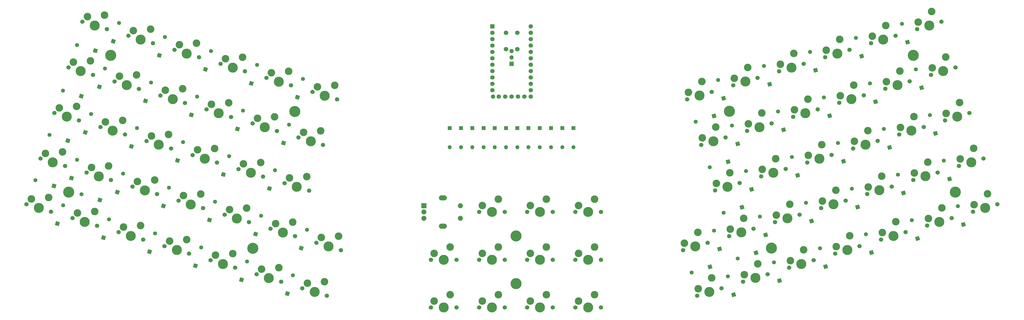
<source format=gts>
G04 #@! TF.GenerationSoftware,KiCad,Pcbnew,8.0.6*
G04 #@! TF.CreationDate,2024-10-28T13:20:39+01:00*
G04 #@! TF.ProjectId,pteranodon,70746572-616e-46f6-946f-6e2e6b696361,rev?*
G04 #@! TF.SameCoordinates,Original*
G04 #@! TF.FileFunction,Soldermask,Top*
G04 #@! TF.FilePolarity,Negative*
%FSLAX46Y46*%
G04 Gerber Fmt 4.6, Leading zero omitted, Abs format (unit mm)*
G04 Created by KiCad (PCBNEW 8.0.6) date 2024-10-28 13:20:39*
%MOMM*%
%LPD*%
G01*
G04 APERTURE LIST*
G04 Aperture macros list*
%AMHorizOval*
0 Thick line with rounded ends*
0 $1 width*
0 $2 $3 position (X,Y) of the first rounded end (center of the circle)*
0 $4 $5 position (X,Y) of the second rounded end (center of the circle)*
0 Add line between two ends*
20,1,$1,$2,$3,$4,$5,0*
0 Add two circle primitives to create the rounded ends*
1,1,$1,$2,$3*
1,1,$1,$4,$5*%
%AMRotRect*
0 Rectangle, with rotation*
0 The origin of the aperture is its center*
0 $1 length*
0 $2 width*
0 $3 Rotation angle, in degrees counterclockwise*
0 Add horizontal line*
21,1,$1,$2,0,0,$3*%
G04 Aperture macros list end*
%ADD10R,1.600000X1.600000*%
%ADD11O,1.600000X1.600000*%
%ADD12RotRect,1.600000X1.600000X73.000000*%
%ADD13HorizOval,1.600000X0.000000X0.000000X0.000000X0.000000X0*%
%ADD14RotRect,1.600000X1.600000X197.000000*%
%ADD15HorizOval,1.600000X0.000000X0.000000X0.000000X0.000000X0*%
%ADD16RotRect,1.600000X1.600000X107.000000*%
%ADD17HorizOval,1.600000X0.000000X0.000000X0.000000X0.000000X0*%
%ADD18RotRect,1.600000X1.600000X163.000000*%
%ADD19HorizOval,1.600000X0.000000X0.000000X0.000000X0.000000X0*%
%ADD20O,3.200000X2.000000*%
%ADD21R,2.000000X2.000000*%
%ADD22C,2.000000*%
%ADD23R,1.752600X1.752600*%
%ADD24C,1.752600*%
%ADD25C,1.701800*%
%ADD26C,3.000000*%
%ADD27C,3.987800*%
%ADD28C,4.400000*%
%ADD29R,1.700000X1.700000*%
%ADD30O,1.700000X1.700000*%
%ADD31C,1.800000*%
G04 APERTURE END LIST*
D10*
X234071897Y-137049778D03*
D11*
X234071897Y-144669778D03*
D12*
X69703701Y-108032481D03*
D13*
X71931573Y-100745439D03*
D10*
X211753713Y-137049778D03*
D11*
X211753713Y-144669778D03*
D12*
X124494226Y-124783623D03*
D13*
X126722098Y-117496581D03*
D12*
X120489315Y-202916747D03*
D13*
X122717187Y-195629705D03*
D14*
X295395408Y-150375921D03*
D15*
X288108366Y-152603793D03*
D16*
X310308740Y-179559623D03*
D17*
X308080868Y-172272581D03*
D12*
X29252105Y-175022733D03*
D13*
X31479977Y-167735691D03*
D12*
X40346150Y-138735747D03*
D13*
X42574022Y-131448705D03*
D16*
X323006481Y-155838145D03*
D17*
X320778609Y-148551103D03*
D12*
X87967208Y-113616194D03*
D13*
X90195080Y-106329152D03*
D16*
X383287797Y-157247684D03*
D17*
X381059925Y-149960642D03*
D10*
X220680985Y-137049778D03*
D11*
X220680985Y-144669778D03*
D12*
X102306137Y-197357591D03*
D13*
X104534009Y-190070549D03*
D16*
X388834819Y-175391177D03*
D17*
X386606947Y-168104135D03*
D16*
X330157203Y-113973179D03*
D17*
X327929331Y-106686137D03*
D12*
X58609657Y-144319464D03*
D13*
X60837529Y-137032422D03*
D18*
X44292385Y-106199067D03*
D19*
X37005343Y-103971195D03*
D16*
X366646732Y-102817210D03*
D17*
X364418860Y-95530168D03*
D16*
X315855763Y-197703114D03*
D17*
X313627891Y-190416072D03*
D16*
X335704226Y-132116671D03*
D17*
X333476354Y-124829629D03*
D10*
X189435533Y-137049778D03*
D11*
X189435533Y-144669778D03*
D16*
X352345291Y-186547147D03*
D17*
X350117419Y-179260105D03*
D16*
X304761719Y-161416131D03*
D17*
X302533847Y-154129089D03*
D16*
X341251248Y-150260163D03*
D17*
X339023376Y-142973121D03*
D16*
X311912438Y-119551163D03*
D17*
X309684566Y-112264121D03*
D10*
X229608257Y-137049778D03*
D11*
X229608257Y-144669778D03*
D10*
X184971897Y-137049779D03*
D11*
X184971897Y-144669779D03*
D16*
X317459461Y-137694655D03*
D17*
X315231589Y-130407613D03*
D12*
X106230719Y-119199909D03*
D13*
X108458591Y-111912867D03*
D16*
X299214695Y-143272640D03*
D17*
X296986823Y-135985598D03*
D16*
X372193755Y-120960702D03*
D17*
X369965883Y-113673660D03*
D18*
X33350740Y-141987577D03*
D19*
X26063698Y-139759705D03*
D18*
X38753769Y-124315065D03*
D19*
X31466727Y-122087193D03*
D16*
X365043034Y-162825670D03*
D17*
X362815162Y-155538628D03*
D12*
X113400181Y-161070606D03*
D13*
X115628053Y-153783564D03*
D16*
X377740775Y-139104192D03*
D17*
X375512903Y-131817150D03*
D16*
X359496011Y-144682179D03*
D17*
X357268139Y-137395137D03*
D12*
X82420186Y-131759685D03*
D13*
X84648058Y-124472643D03*
D16*
X292054603Y-185140472D03*
D17*
X289826731Y-177853430D03*
D14*
X289848386Y-132232429D03*
D15*
X282561344Y-134460301D03*
D16*
X328553503Y-173981638D03*
D17*
X326325631Y-166694596D03*
D12*
X118947205Y-142927115D03*
D13*
X121175077Y-135640073D03*
D16*
X370590057Y-180969161D03*
D17*
X368362185Y-173682119D03*
D16*
X297601624Y-203283964D03*
D17*
X295373752Y-195996922D03*
D12*
X65779120Y-186190163D03*
D13*
X68006992Y-178903121D03*
D10*
X225144621Y-137049779D03*
D11*
X225144621Y-144669779D03*
D12*
X84042629Y-191773875D03*
D13*
X86270501Y-184486833D03*
D12*
X47515614Y-180606445D03*
D13*
X49743486Y-173319403D03*
D12*
X95136671Y-155486892D03*
D13*
X97364543Y-148199850D03*
D18*
X46100114Y-165607201D03*
D19*
X38813072Y-163379329D03*
D10*
X202826441Y-137049779D03*
D11*
X202826441Y-144669779D03*
D12*
X107853157Y-179214099D03*
D13*
X110081029Y-171927057D03*
D10*
X198362805Y-137049778D03*
D11*
X198362805Y-144669778D03*
D16*
X346798268Y-168403655D03*
D17*
X344570396Y-161116613D03*
D12*
X100683695Y-137343400D03*
D13*
X102911567Y-130056358D03*
D16*
X334100527Y-192125132D03*
D17*
X331872655Y-184838090D03*
D12*
X64156679Y-126175971D03*
D13*
X66384551Y-118888929D03*
D10*
X193899169Y-137049778D03*
D11*
X193899169Y-144669778D03*
D12*
X51440194Y-102448763D03*
D13*
X53668066Y-95161721D03*
D14*
X300942431Y-168519413D03*
D15*
X293655389Y-170747285D03*
D12*
X53062635Y-162462953D03*
D13*
X55290507Y-155175911D03*
D18*
X27836609Y-160023485D03*
D19*
X20549567Y-157795613D03*
D10*
X207290077Y-137049778D03*
D11*
X207290077Y-144669778D03*
D16*
X353948989Y-126538687D03*
D17*
X351721117Y-119251645D03*
D12*
X89589651Y-173630383D03*
D13*
X91817523Y-166343341D03*
D12*
X126036339Y-184773254D03*
D13*
X128264211Y-177486212D03*
D16*
X348401966Y-108395195D03*
D17*
X346174094Y-101108153D03*
D14*
X306489453Y-186662905D03*
D15*
X299202411Y-188890777D03*
D10*
X216217349Y-137049778D03*
D11*
X216217349Y-144669778D03*
D12*
X34799125Y-156879240D03*
D13*
X37026997Y-149592198D03*
D12*
X45893172Y-120592255D03*
D13*
X48121044Y-113305213D03*
D14*
X288225943Y-192246617D03*
D15*
X280938901Y-194474489D03*
D16*
X293667673Y-125129149D03*
D17*
X291439801Y-117842107D03*
D12*
X76873165Y-149903177D03*
D13*
X79101037Y-142616135D03*
D12*
X71326142Y-168046669D03*
D13*
X73554014Y-160759627D03*
D20*
X182201522Y-176017278D03*
X182201522Y-164817278D03*
D21*
X174701522Y-167917278D03*
D22*
X174701522Y-172917278D03*
X174701522Y-170417278D03*
X189201522Y-172917278D03*
X189201522Y-167917278D03*
D23*
X201899118Y-96559778D03*
D24*
X201899118Y-99099778D03*
X201899118Y-101639778D03*
X201899118Y-104179778D03*
X201899118Y-106719778D03*
X201899118Y-109259778D03*
X201899118Y-111799778D03*
X201899118Y-114339778D03*
X201899118Y-116879778D03*
X201899118Y-119419778D03*
X201899118Y-121959778D03*
X217139118Y-124499778D03*
X217139118Y-121959778D03*
X217139118Y-119419778D03*
X217139118Y-116879778D03*
X217139118Y-114339778D03*
X217139118Y-111799778D03*
X217139118Y-109259778D03*
X217139118Y-106719778D03*
X217139118Y-104179778D03*
X217139118Y-101639778D03*
X217139118Y-99099778D03*
X202127718Y-124499778D03*
X217139118Y-96559778D03*
X214599118Y-124499778D03*
X212059118Y-124499778D03*
X209519118Y-124499778D03*
X206979118Y-124499778D03*
X204439118Y-124499778D03*
D25*
X234800521Y-170417278D03*
D26*
X236070521Y-167877278D03*
D27*
X239880521Y-170417278D03*
D26*
X242420521Y-165337278D03*
D25*
X244960521Y-170417278D03*
X234800522Y-208362278D03*
D26*
X236070522Y-205822278D03*
D27*
X239880522Y-208362278D03*
D26*
X242420522Y-203282278D03*
D25*
X244960522Y-208362278D03*
X283105162Y-203731894D03*
D26*
X283577045Y-200931568D03*
D27*
X287963190Y-202246646D03*
D26*
X288906956Y-196645994D03*
D25*
X292821218Y-200761398D03*
X106678610Y-135192143D03*
D26*
X108635741Y-133134441D03*
D27*
X111536638Y-136677391D03*
D26*
X115450900Y-132561987D03*
D25*
X116394666Y-138162639D03*
X314085155Y-174420973D03*
D26*
X314557038Y-171620647D03*
D27*
X318943183Y-172935725D03*
D26*
X319886949Y-167335073D03*
D25*
X323801211Y-171450477D03*
X82868081Y-147751921D03*
D26*
X84825212Y-145694219D03*
D27*
X87726109Y-149237169D03*
D26*
X91640371Y-145121765D03*
D25*
X92584137Y-150722417D03*
X130489142Y-122632369D03*
D26*
X132446273Y-120574667D03*
D27*
X135347170Y-124117617D03*
D26*
X139261432Y-120002213D03*
D25*
X140205198Y-125602865D03*
X277558138Y-185588402D03*
D26*
X278030021Y-182788076D03*
D27*
X282416166Y-184103154D03*
D26*
X283359932Y-178502502D03*
D25*
X287274194Y-182617906D03*
X101131588Y-153335635D03*
D26*
X103088719Y-151277933D03*
D27*
X105989616Y-154820883D03*
D26*
X109903878Y-150705479D03*
D25*
X110847644Y-156306131D03*
X40794039Y-154727984D03*
D26*
X42751170Y-152670282D03*
D27*
X45652067Y-156213232D03*
D26*
X49566329Y-152097828D03*
D25*
X50510095Y-157698480D03*
X302991112Y-138133989D03*
D26*
X303462995Y-135333663D03*
D27*
X307849140Y-136648741D03*
D26*
X308792906Y-131048089D03*
D25*
X312707168Y-135163493D03*
X295821648Y-180004686D03*
D26*
X296293531Y-177204360D03*
D27*
X300679676Y-178519438D03*
D26*
X301623442Y-172918786D03*
D25*
X305537704Y-177034190D03*
X75698616Y-105881222D03*
D26*
X77655747Y-103823520D03*
D27*
X80556644Y-107366470D03*
D26*
X84470906Y-103251066D03*
D25*
X85414672Y-108851718D03*
X22530533Y-149144268D03*
D26*
X24487664Y-147086566D03*
D27*
X27388561Y-150629516D03*
D26*
X31302823Y-146514112D03*
D25*
X32246589Y-152114764D03*
X352159639Y-103262274D03*
D26*
X352631522Y-100461948D03*
D27*
X357017667Y-101777026D03*
D26*
X357961433Y-96176374D03*
D25*
X361875695Y-100291778D03*
X301368670Y-198148177D03*
D26*
X301840553Y-195347851D03*
D27*
X306226698Y-196662929D03*
D26*
X307170464Y-191062277D03*
D25*
X311084726Y-195177681D03*
X387045470Y-152114766D03*
D26*
X387517353Y-149314440D03*
D27*
X391903498Y-150629518D03*
D26*
X392847264Y-145028866D03*
D25*
X396761526Y-149144270D03*
X215702523Y-208362278D03*
D26*
X216972523Y-205822278D03*
D27*
X220782523Y-208362278D03*
D26*
X223322523Y-203282278D03*
D25*
X225862523Y-208362278D03*
X28077555Y-131000777D03*
D26*
X30034686Y-128943075D03*
D27*
X32935583Y-132486025D03*
D26*
X36849845Y-128370621D03*
D25*
X37793611Y-133971273D03*
X196604522Y-189389778D03*
D26*
X197874522Y-186849778D03*
D27*
X201684522Y-189389778D03*
D26*
X204224522Y-184309778D03*
D25*
X206764522Y-189389778D03*
X315670109Y-114418243D03*
D26*
X316141992Y-111617917D03*
D27*
X320528137Y-112932995D03*
D26*
X321471903Y-107332343D03*
D25*
X325386165Y-111447747D03*
X112225633Y-117048652D03*
D26*
X114182764Y-114990950D03*
D27*
X117083661Y-118533900D03*
D26*
X120997923Y-114418496D03*
D25*
X121941689Y-120019148D03*
X308538134Y-156277480D03*
D26*
X309010017Y-153477154D03*
D27*
X313396162Y-154792232D03*
D26*
X314339928Y-149191580D03*
D25*
X318254190Y-153306984D03*
X33624576Y-112857285D03*
D26*
X35581707Y-110799583D03*
D27*
X38482604Y-114342533D03*
D26*
X42396866Y-110227129D03*
D25*
X43340632Y-115827781D03*
X126470841Y-200761398D03*
D26*
X128427972Y-198703696D03*
D27*
X131328869Y-202246646D03*
D26*
X135243131Y-198131242D03*
D25*
X136186897Y-203731894D03*
X392592491Y-170258257D03*
D26*
X393064374Y-167457931D03*
D27*
X397450519Y-168773009D03*
D26*
X398394285Y-163172357D03*
D25*
X402308547Y-167287761D03*
X119395095Y-158919350D03*
D26*
X121352226Y-156861648D03*
D27*
X124253123Y-160404598D03*
D26*
X128167385Y-156289194D03*
D25*
X129111151Y-161889846D03*
X46341063Y-136584492D03*
D26*
X48298194Y-134526790D03*
D27*
X51199091Y-138069740D03*
D26*
X55113353Y-133954336D03*
D25*
X56057119Y-139554988D03*
X290274626Y-161861194D03*
D26*
X290746509Y-159060868D03*
D27*
X295132654Y-160375946D03*
D26*
X296076420Y-154775294D03*
D25*
X299990682Y-158890698D03*
X53510527Y-178455192D03*
D26*
X55467658Y-176397490D03*
D27*
X58368555Y-179940440D03*
D26*
X62282817Y-175825036D03*
D25*
X63226583Y-181425688D03*
X350612170Y-163253542D03*
D26*
X351084053Y-160453216D03*
D27*
X355470198Y-161768294D03*
D26*
X356413964Y-156167642D03*
D25*
X360328226Y-160283046D03*
X370404403Y-97684290D03*
D26*
X370876286Y-94883964D03*
D27*
X375262431Y-96199042D03*
D26*
X376206197Y-90598390D03*
D25*
X380120459Y-94713794D03*
X321254620Y-132550273D03*
D26*
X321726503Y-129749947D03*
D27*
X326112648Y-131065025D03*
D26*
X327056414Y-125464373D03*
D25*
X330970676Y-129579777D03*
X95584567Y-171479129D03*
D26*
X97541698Y-169421427D03*
D27*
X100442595Y-172964377D03*
D26*
X104356857Y-168848973D03*
D25*
X105300623Y-174449625D03*
X215702521Y-170417278D03*
D26*
X216972521Y-167877278D03*
D27*
X220782521Y-170417278D03*
D26*
X223322521Y-165337278D03*
D25*
X225862521Y-170417278D03*
X88415102Y-129608431D03*
D26*
X90372233Y-127550729D03*
D27*
X93273130Y-131093679D03*
D26*
X97187392Y-126978275D03*
D25*
X98131158Y-132578927D03*
X113848075Y-177062842D03*
D26*
X115805206Y-175005140D03*
D27*
X118706103Y-178548090D03*
D26*
X122620365Y-174432686D03*
D25*
X123564131Y-180033338D03*
X234800521Y-189389778D03*
D26*
X236070521Y-186849778D03*
D27*
X239880521Y-189389778D03*
D26*
X242420521Y-184309778D03*
D25*
X244960521Y-189389778D03*
X381498449Y-133971273D03*
D26*
X381970332Y-131170947D03*
D27*
X386356477Y-132486025D03*
D26*
X387300243Y-126885373D03*
D25*
X391214505Y-131000777D03*
X333914873Y-108840259D03*
D26*
X334386756Y-106039933D03*
D27*
X338772901Y-107355011D03*
D26*
X339716667Y-101754359D03*
D25*
X343630929Y-105869763D03*
X279180580Y-125574211D03*
D26*
X279652463Y-122773885D03*
D27*
X284038608Y-124088963D03*
D26*
X284982374Y-118488311D03*
D25*
X288896636Y-122603715D03*
X70151596Y-124024715D03*
D26*
X72108727Y-121967013D03*
D27*
X75009624Y-125509963D03*
D26*
X78923886Y-121394559D03*
D25*
X79867652Y-126995211D03*
X196604522Y-208362278D03*
D26*
X197874522Y-205822278D03*
D27*
X201684522Y-208362278D03*
D26*
X204224522Y-203282278D03*
D25*
X206764522Y-208362278D03*
X337895686Y-186980750D03*
D26*
X338367569Y-184180424D03*
D27*
X342753714Y-185495502D03*
D26*
X343697480Y-179894850D03*
D25*
X347611742Y-184010254D03*
X16983512Y-167287760D03*
D26*
X18940643Y-165230058D03*
D27*
X21841540Y-168773008D03*
D26*
X25755802Y-164657604D03*
D25*
X26699568Y-170258256D03*
X356159194Y-181397034D03*
D26*
X356631077Y-178596708D03*
D27*
X361017222Y-179911786D03*
D26*
X361960988Y-174311134D03*
D25*
X365875250Y-178426538D03*
X64604574Y-142168206D03*
D26*
X66561705Y-140110504D03*
D27*
X69462602Y-143653454D03*
D26*
X73376864Y-139538050D03*
D25*
X74320630Y-145138702D03*
X357781636Y-121382843D03*
D26*
X358253519Y-118582517D03*
D27*
X362639664Y-119897595D03*
D26*
X363583430Y-114296943D03*
D25*
X367497692Y-118412347D03*
X132017867Y-182617905D03*
D26*
X133974998Y-180560203D03*
D27*
X136875895Y-184103153D03*
D26*
X140790157Y-179987749D03*
D25*
X141733923Y-185588401D03*
X35247019Y-172871475D03*
D26*
X37204150Y-170813773D03*
D27*
X40105047Y-174356723D03*
D26*
X44019309Y-170241319D03*
D25*
X44963075Y-175841971D03*
X108301053Y-195206334D03*
D26*
X110258184Y-193148632D03*
D27*
X113159081Y-196691582D03*
D26*
X117073343Y-192576178D03*
D25*
X118017109Y-198176830D03*
X297425345Y-119996226D03*
D26*
X297897228Y-117195900D03*
D27*
X302283373Y-118510978D03*
D26*
X303227139Y-112910326D03*
D25*
X307141401Y-117025730D03*
X71774038Y-184038905D03*
D26*
X73731169Y-181981203D03*
D27*
X76632066Y-185524153D03*
D26*
X80546328Y-181408749D03*
D25*
X81490094Y-187009401D03*
X90037545Y-189622621D03*
D26*
X91994676Y-187564919D03*
D27*
X94895573Y-191107869D03*
D26*
X98809835Y-186992465D03*
D25*
X99753601Y-192593117D03*
X215702521Y-189389778D03*
D26*
X216972521Y-186849778D03*
D27*
X220782521Y-189389778D03*
D26*
X223322521Y-184309778D03*
D25*
X225862521Y-189389778D03*
X177506522Y-208362278D03*
D26*
X178776522Y-205822278D03*
D27*
X182586522Y-208362278D03*
D26*
X185126522Y-203282278D03*
D25*
X187666522Y-208362278D03*
X368875681Y-157669827D03*
D26*
X369347564Y-154869501D03*
D27*
X373733709Y-156184579D03*
D26*
X374677475Y-150583927D03*
D25*
X378591737Y-154699331D03*
X374422703Y-175813318D03*
D26*
X374894586Y-173012992D03*
D27*
X379280731Y-174328070D03*
D26*
X380224497Y-168727418D03*
D25*
X384138759Y-172842822D03*
X319632176Y-192564465D03*
D26*
X320104059Y-189764139D03*
D27*
X324490204Y-191079217D03*
D26*
X325433970Y-185478565D03*
D25*
X329348232Y-189593969D03*
X196604522Y-170417278D03*
D26*
X197874522Y-167877278D03*
D27*
X201684522Y-170417278D03*
D26*
X204224522Y-165337278D03*
D25*
X206764522Y-170417278D03*
X177506522Y-189389779D03*
D26*
X178776522Y-186849779D03*
D27*
X182586522Y-189389779D03*
D26*
X185126522Y-184309779D03*
D25*
X187666522Y-189389779D03*
X363328656Y-139526334D03*
D26*
X363800539Y-136726008D03*
D27*
X368186684Y-138041086D03*
D26*
X369130450Y-132440434D03*
D25*
X373044712Y-136555838D03*
X77321060Y-165895414D03*
D26*
X79278191Y-163837712D03*
D27*
X82179088Y-167380662D03*
D26*
X86093350Y-163265258D03*
D25*
X87037116Y-168865910D03*
X39171600Y-94713794D03*
D26*
X41128731Y-92656092D03*
D27*
X44029628Y-96199042D03*
D26*
X47943890Y-92083638D03*
D25*
X48887656Y-97684290D03*
X339518127Y-126966558D03*
D26*
X339990010Y-124166232D03*
D27*
X344376155Y-125481310D03*
D26*
X345319921Y-119880658D03*
D25*
X349234183Y-123996062D03*
X57435110Y-100297508D03*
D26*
X59392241Y-98239806D03*
D27*
X62293138Y-101782756D03*
D26*
X66207400Y-97667352D03*
D25*
X67151166Y-103268004D03*
X345065149Y-145110049D03*
D26*
X345537032Y-142309723D03*
D27*
X349923177Y-143624801D03*
D26*
X350866943Y-138024149D03*
D25*
X354781205Y-142139553D03*
X51888088Y-118441000D03*
D26*
X53845219Y-116383298D03*
D27*
X56746116Y-119926248D03*
D26*
X60660378Y-115810844D03*
D25*
X61604144Y-121411496D03*
X375951427Y-115827781D03*
D26*
X376423310Y-113027455D03*
D27*
X380809455Y-114342533D03*
D26*
X381753221Y-108741881D03*
D25*
X385667483Y-112857285D03*
X332348662Y-168837257D03*
D26*
X332820545Y-166036931D03*
D27*
X337206690Y-167352009D03*
D26*
X338150456Y-161751357D03*
D25*
X342064718Y-165866761D03*
X124942120Y-140775861D03*
D26*
X126899251Y-138718159D03*
D27*
X129800148Y-142261109D03*
D26*
X133714410Y-138145705D03*
D25*
X134658176Y-143746357D03*
X93962125Y-111464939D03*
D26*
X95919256Y-109407237D03*
D27*
X98820153Y-112950187D03*
D26*
X102734415Y-108834783D03*
D25*
X103678181Y-114435435D03*
X284727602Y-143717703D03*
D26*
X285199485Y-140917377D03*
D27*
X289585630Y-142232455D03*
D26*
X290529396Y-136631803D03*
D25*
X294443658Y-140747207D03*
X59057550Y-160311698D03*
D26*
X61014681Y-158253996D03*
D27*
X63915578Y-161796946D03*
D26*
X67829840Y-157681542D03*
D25*
X68773606Y-163282194D03*
X326801641Y-150693766D03*
D26*
X327273524Y-147893440D03*
D27*
X331659669Y-149208518D03*
D26*
X332603435Y-143607866D03*
D25*
X336517697Y-147723270D03*
D28*
X211233521Y-198876028D03*
X211233521Y-179903528D03*
X123441904Y-130397503D03*
X50387870Y-108062644D03*
X33746803Y-162493119D03*
X106800838Y-184827978D03*
X368913559Y-108059780D03*
X295934502Y-130371717D03*
D29*
X209519118Y-111484778D03*
D30*
X209519118Y-108944778D03*
X209519118Y-106404778D03*
D31*
X211769118Y-99109779D03*
X207269118Y-105609779D03*
X207269118Y-99109779D03*
X211769118Y-105609779D03*
D28*
X385554626Y-162490255D03*
X312575568Y-184802193D03*
M02*

</source>
